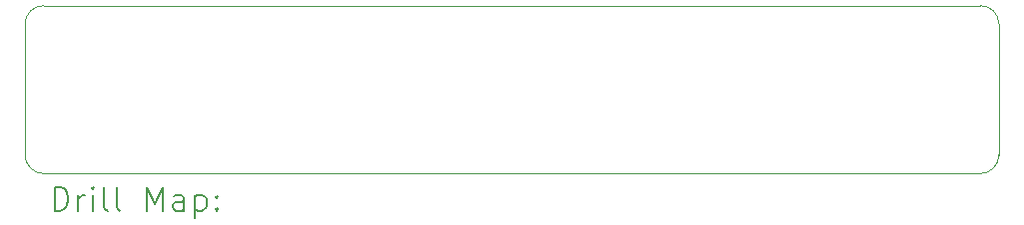
<source format=gbr>
%FSLAX45Y45*%
G04 Gerber Fmt 4.5, Leading zero omitted, Abs format (unit mm)*
G04 Created by KiCad (PCBNEW (6.0.0)) date 2022-03-07 23:18:23*
%MOMM*%
%LPD*%
G01*
G04 APERTURE LIST*
%TA.AperFunction,Profile*%
%ADD10C,0.100000*%
%TD*%
%ADD11C,0.200000*%
G04 APERTURE END LIST*
D10*
X16905810Y-6032120D02*
G75*
G03*
X16747070Y-5873380I-158740J0D01*
G01*
X8651330Y-6032120D02*
X8651330Y-7143300D01*
X8810070Y-5873380D02*
X16747070Y-5873380D01*
X16905810Y-6032120D02*
X16905810Y-7143300D01*
X16747070Y-7302040D02*
G75*
G03*
X16905810Y-7143300I0J158740D01*
G01*
X8651330Y-7143300D02*
G75*
G03*
X8810070Y-7302040I158740J0D01*
G01*
X8810070Y-5873380D02*
G75*
G03*
X8651330Y-6032120I0J-158740D01*
G01*
X8810070Y-7302040D02*
X16747070Y-7302040D01*
D11*
X8903949Y-7617516D02*
X8903949Y-7417516D01*
X8951568Y-7417516D01*
X8980140Y-7427040D01*
X8999187Y-7446088D01*
X9008711Y-7465135D01*
X9018235Y-7503230D01*
X9018235Y-7531802D01*
X9008711Y-7569897D01*
X8999187Y-7588945D01*
X8980140Y-7607992D01*
X8951568Y-7617516D01*
X8903949Y-7617516D01*
X9103949Y-7617516D02*
X9103949Y-7484183D01*
X9103949Y-7522278D02*
X9113473Y-7503230D01*
X9122997Y-7493707D01*
X9142044Y-7484183D01*
X9161092Y-7484183D01*
X9227759Y-7617516D02*
X9227759Y-7484183D01*
X9227759Y-7417516D02*
X9218235Y-7427040D01*
X9227759Y-7436564D01*
X9237282Y-7427040D01*
X9227759Y-7417516D01*
X9227759Y-7436564D01*
X9351568Y-7617516D02*
X9332520Y-7607992D01*
X9322997Y-7588945D01*
X9322997Y-7417516D01*
X9456330Y-7617516D02*
X9437282Y-7607992D01*
X9427759Y-7588945D01*
X9427759Y-7417516D01*
X9684901Y-7617516D02*
X9684901Y-7417516D01*
X9751568Y-7560373D01*
X9818235Y-7417516D01*
X9818235Y-7617516D01*
X9999187Y-7617516D02*
X9999187Y-7512754D01*
X9989663Y-7493707D01*
X9970616Y-7484183D01*
X9932520Y-7484183D01*
X9913473Y-7493707D01*
X9999187Y-7607992D02*
X9980140Y-7617516D01*
X9932520Y-7617516D01*
X9913473Y-7607992D01*
X9903949Y-7588945D01*
X9903949Y-7569897D01*
X9913473Y-7550849D01*
X9932520Y-7541326D01*
X9980140Y-7541326D01*
X9999187Y-7531802D01*
X10094425Y-7484183D02*
X10094425Y-7684183D01*
X10094425Y-7493707D02*
X10113473Y-7484183D01*
X10151568Y-7484183D01*
X10170616Y-7493707D01*
X10180140Y-7503230D01*
X10189663Y-7522278D01*
X10189663Y-7579421D01*
X10180140Y-7598468D01*
X10170616Y-7607992D01*
X10151568Y-7617516D01*
X10113473Y-7617516D01*
X10094425Y-7607992D01*
X10275378Y-7598468D02*
X10284901Y-7607992D01*
X10275378Y-7617516D01*
X10265854Y-7607992D01*
X10275378Y-7598468D01*
X10275378Y-7617516D01*
X10275378Y-7493707D02*
X10284901Y-7503230D01*
X10275378Y-7512754D01*
X10265854Y-7503230D01*
X10275378Y-7493707D01*
X10275378Y-7512754D01*
M02*

</source>
